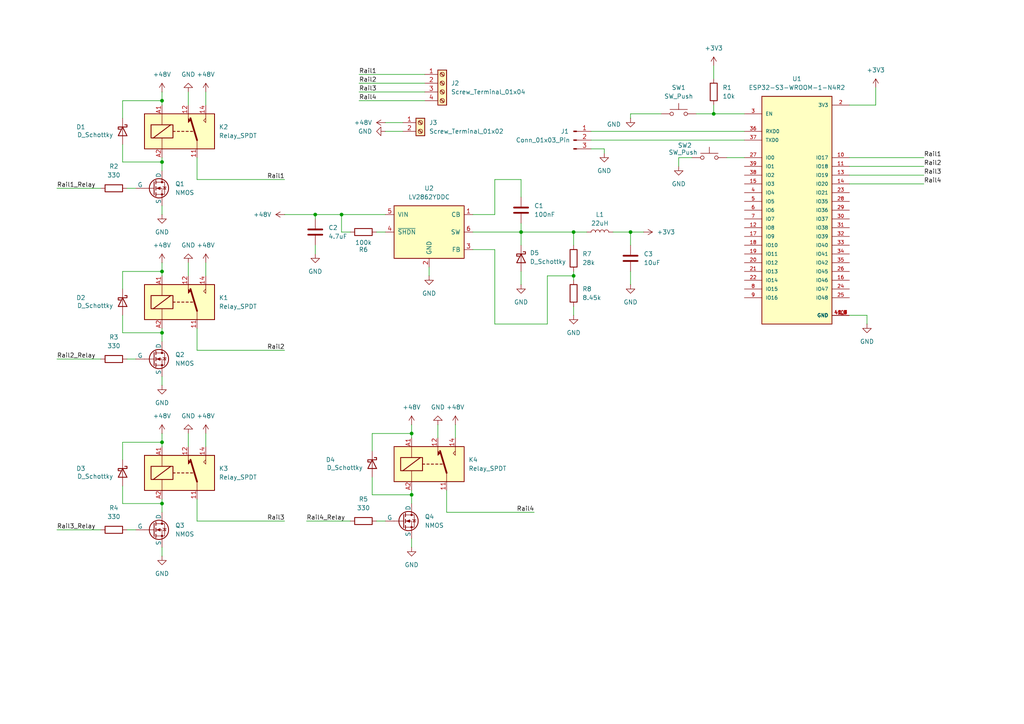
<source format=kicad_sch>
(kicad_sch (version 20250114) (generator "eeschema") (generator_version "9.0")
  (paper "A4")
  (lib_symbols
    (symbol "Connector:Conn_01x03_Pin" (pin_names (offset 1.016) (hide yes))
      (property "Reference" "J" (at 0 5.08 0))
      (property "Value" "Conn_01x03_Pin" (at 0 -5.08 0))
      (symbol "Conn_01x03_Pin_1_1"
        (rectangle (start 0.8636 2.667) (end 0 2.413) (stroke (width 0.1524)) (fill (type outline)))
        (rectangle (start 0.8636 0.127) (end 0 -0.127) (stroke (width 0.1524)) (fill (type outline)))
        (rectangle (start 0.8636 -2.413) (end 0 -2.667) (stroke (width 0.1524)) (fill (type outline)))
        (polyline (pts (xy 1.27 2.54) (xy 0.8636 2.54)) (stroke (width 0.1524)))
        (polyline (pts (xy 1.27 0) (xy 0.8636 0)) (stroke (width 0.1524)))
        (polyline (pts (xy 1.27 -2.54) (xy 0.8636 -2.54)) (stroke (width 0.1524)))
        (pin passive line (at 5.08 2.54 180) (length 3.81) (name "Pin_1") (number "1"))
        (pin passive line (at 5.08 0 180) (length 3.81) (name "Pin_2") (number "2"))
        (pin passive line (at 5.08 -2.54 180) (length 3.81) (name "Pin_3") (number "3"))
      )
    )
    (symbol "Connector:Screw_Terminal_01x02" (pin_names (offset 1.016) (hide yes))
      (property "Reference" "J" (at 0 2.54 0))
      (property "Value" "Screw_Terminal_01x02" (at 0 -5.08 0))
      (symbol "Screw_Terminal_01x02_1_1"
        (rectangle (start -1.27 1.27) (end 1.27 -3.81) (stroke (width 0.254)) (fill (type background)))
        (polyline (pts (xy -0.5334 0.3302) (xy 0.3302 -0.508)) (stroke (width 0.1524)))
        (polyline (pts (xy -0.5334 -2.2098) (xy 0.3302 -3.048)) (stroke (width 0.1524)))
        (polyline (pts (xy -0.3556 0.508) (xy 0.508 -0.3302)) (stroke (width 0.1524)))
        (polyline (pts (xy -0.3556 -2.032) (xy 0.508 -2.8702)) (stroke (width 0.1524)))
        (circle (center 0 0) (radius 0.635) (stroke (width 0.1524)))
        (circle (center 0 -2.54) (radius 0.635) (stroke (width 0.1524)))
        (pin passive line (at -5.08 0 0) (length 3.81) (name "Pin_1") (number "1"))
        (pin passive line (at -5.08 -2.54 0) (length 3.81) (name "Pin_2") (number "2"))
      )
    )
    (symbol "Connector:Screw_Terminal_01x04" (pin_names (offset 1.016) (hide yes))
      (property "Reference" "J" (at 0 5.08 0))
      (property "Value" "Screw_Terminal_01x04" (at 0 -7.62 0))
      (symbol "Screw_Terminal_01x04_1_1"
        (rectangle (start -1.27 3.81) (end 1.27 -6.35) (stroke (width 0.254)) (fill (type background)))
        (polyline (pts (xy -0.5334 2.8702) (xy 0.3302 2.032)) (stroke (width 0.1524)))
        (polyline (pts (xy -0.5334 0.3302) (xy 0.3302 -0.508)) (stroke (width 0.1524)))
        (polyline (pts (xy -0.5334 -2.2098) (xy 0.3302 -3.048)) (stroke (width 0.1524)))
        (polyline (pts (xy -0.5334 -4.7498) (xy 0.3302 -5.588)) (stroke (width 0.1524)))
        (polyline (pts (xy -0.3556 3.048) (xy 0.508 2.2098)) (stroke (width 0.1524)))
        (polyline (pts (xy -0.3556 0.508) (xy 0.508 -0.3302)) (stroke (width 0.1524)))
        (polyline (pts (xy -0.3556 -2.032) (xy 0.508 -2.8702)) (stroke (width 0.1524)))
        (polyline (pts (xy -0.3556 -4.572) (xy 0.508 -5.4102)) (stroke (width 0.1524)))
        (circle (center 0 2.54) (radius 0.635) (stroke (width 0.1524)))
        (circle (center 0 0) (radius 0.635) (stroke (width 0.1524)))
        (circle (center 0 -2.54) (radius 0.635) (stroke (width 0.1524)))
        (circle (center 0 -5.08) (radius 0.635) (stroke (width 0.1524)))
        (pin passive line (at -5.08 2.54 0) (length 3.81) (name "Pin_1") (number "1"))
        (pin passive line (at -5.08 0 0) (length 3.81) (name "Pin_2") (number "2"))
        (pin passive line (at -5.08 -2.54 0) (length 3.81) (name "Pin_3") (number "3"))
        (pin passive line (at -5.08 -5.08 0) (length 3.81) (name "Pin_4") (number "4"))
      )
    )
    (symbol "Device:C" (pin_numbers (hide yes)) (pin_names (offset 0.254))
      (property "Reference" "C" (at 0.635 2.54 0))
      (property "Value" "C" (at 0.635 -2.54 0))
      (symbol "C_0_1"
        (polyline (pts (xy -2.032 0.762) (xy 2.032 0.762)) (stroke (width 0.508)))
        (polyline (pts (xy -2.032 -0.762) (xy 2.032 -0.762)) (stroke (width 0.508)))
      )
      (symbol "C_1_1"
        (pin passive line (at 0 3.81 270) (length 2.794) (name "~") (number "1"))
        (pin passive line (at 0 -3.81 90) (length 2.794) (name "~") (number "2"))
      )
    )
    (symbol "Device:D_Schottky" (pin_numbers (hide yes)) (pin_names (offset 1.016) (hide yes))
      (property "Reference" "D" (at 0 2.54 0))
      (property "Value" "D_Schottky" (at 0 -2.54 0))
      (symbol "D_Schottky_0_1"
        (polyline (pts (xy -1.905 0.635) (xy -1.905 1.27) (xy -1.27 1.27) (xy -1.27 -1.27) (xy -0.635 -1.27) (xy -0.635 -0.635)) (stroke (width 0.254)))
        (polyline (pts (xy 1.27 1.27) (xy 1.27 -1.27) (xy -1.27 0) (xy 1.27 1.27)) (stroke (width 0.254)))
        (polyline (pts (xy 1.27 0) (xy -1.27 0)))
      )
      (symbol "D_Schottky_1_1"
        (pin passive line (at -3.81 0 0) (length 2.54) (name "K") (number "1"))
        (pin passive line (at 3.81 0 180) (length 2.54) (name "A") (number "2"))
      )
    )
    (symbol "Device:L" (pin_numbers (hide yes)) (pin_names (offset 1.016) (hide yes))
      (property "Reference" "L" (at -1.27 0 90))
      (property "Value" "L" (at 1.905 0 90))
      (symbol "L_0_1"
        (arc (start 0 2.54) (mid 0.6323 1.905) (end 0 1.27))
        (arc (start 0 1.27) (mid 0.6323 0.635) (end 0 0))
        (arc (start 0 0) (mid 0.6323 -0.635) (end 0 -1.27))
        (arc (start 0 -1.27) (mid 0.6323 -1.905) (end 0 -2.54))
      )
      (symbol "L_1_1"
        (pin passive line (at 0 3.81 270) (length 1.27) (name "1") (number "1"))
        (pin passive line (at 0 -3.81 90) (length 1.27) (name "2") (number "2"))
      )
    )
    (symbol "Device:R" (pin_numbers (hide yes)) (pin_names (offset 0))
      (property "Reference" "R" (at 2.032 0 90))
      (property "Value" "R" (at 0 0 90))
      (symbol "R_0_1"
        (rectangle (start -1.016 -2.54) (end 1.016 2.54) (stroke (width 0.254)))
      )
      (symbol "R_1_1"
        (pin passive line (at 0 3.81 270) (length 1.27) (name "~") (number "1"))
        (pin passive line (at 0 -3.81 90) (length 1.27) (name "~") (number "2"))
      )
    )
    (symbol "Regulator_Switching:LV2862YDDC" (pin_names (offset 1.016))
      (property "Reference" "U" (at -10.16 11.43 0))
      (property "Value" "LV2862YDDC" (at -10.16 8.89 0))
      (symbol "LV2862YDDC_0_1"
        (rectangle (start -10.16 7.62) (end 10.16 -7.62) (stroke (width 0.254)) (fill (type background)))
      )
      (symbol "LV2862YDDC_1_1"
        (pin power_in line (at -12.7 5.08 0) (length 2.54) (name "VIN") (number "5"))
        (pin input line (at -12.7 0 0) (length 2.54) (name "~{SHDN}") (number "4"))
        (pin power_in line (at 0 -10.16 90) (length 2.54) (name "GND") (number "2"))
        (pin input line (at 12.7 5.08 180) (length 2.54) (name "CB") (number "1"))
        (pin output line (at 12.7 0 180) (length 2.54) (name "SW") (number "6"))
        (pin input line (at 12.7 -5.08 180) (length 2.54) (name "FB") (number "3"))
      )
    )
    (symbol "Relay:Relay_SPDT"
      (property "Reference" "K" (at 11.43 3.81 0))
      (property "Value" "Relay_SPDT" (at 11.43 1.27 0))
      (symbol "Relay_SPDT_0_0"
        (polyline (pts (xy 7.62 5.08) (xy 7.62 2.54) (xy 6.985 3.175) (xy 7.62 3.81)))
      )
      (symbol "Relay_SPDT_0_1"
        (rectangle (start -10.16 5.08) (end 10.16 -5.08) (stroke (width 0.254)) (fill (type background)))
        (rectangle (start -8.255 1.905) (end -1.905 -1.905) (stroke (width 0.254)))
        (polyline (pts (xy -7.62 -1.905) (xy -2.54 1.905)) (stroke (width 0.254)))
        (polyline (pts (xy -5.08 5.08) (xy -5.08 1.905)))
        (polyline (pts (xy -5.08 -5.08) (xy -5.08 -1.905)))
        (polyline (pts (xy -1.905 0) (xy -1.27 0)) (stroke (width 0.254)))
        (polyline (pts (xy -0.635 0) (xy 0 0)) (stroke (width 0.254)))
        (polyline (pts (xy 0.635 0) (xy 1.27 0)) (stroke (width 0.254)))
        (polyline (pts (xy 1.905 0) (xy 2.54 0)) (stroke (width 0.254)))
        (polyline (pts (xy 2.54 5.08) (xy 2.54 2.54) (xy 3.175 3.175) (xy 2.54 3.81)) (fill (type outline)))
        (polyline (pts (xy 3.175 0) (xy 3.81 0)) (stroke (width 0.254)))
        (polyline (pts (xy 5.08 -2.54) (xy 3.175 3.81)) (stroke (width 0.508)))
        (polyline (pts (xy 5.08 -2.54) (xy 5.08 -5.08)))
      )
      (symbol "Relay_SPDT_1_1"
        (pin passive line (at -5.08 7.62 270) (length 2.54) (name "~") (number "A1"))
        (pin passive line (at -5.08 -7.62 90) (length 2.54) (name "~") (number "A2"))
        (pin passive line (at 2.54 7.62 270) (length 2.54) (name "~") (number "12"))
        (pin passive line (at 5.08 -7.62 90) (length 2.54) (name "~") (number "11"))
        (pin passive line (at 7.62 7.62 270) (length 2.54) (name "~") (number "14"))
      )
    )
    (symbol "Simulation_SPICE:NMOS" (pin_numbers (hide yes)) (pin_names (offset 0))
      (property "Reference" "Q" (at 5.08 1.27 0))
      (property "Value" "NMOS" (at 5.08 -1.27 0))
      (symbol "NMOS_0_1"
        (polyline (pts (xy 0.254 1.905) (xy 0.254 -1.905)) (stroke (width 0.254)))
        (polyline (pts (xy 0.254 0) (xy -2.54 0)))
        (polyline (pts (xy 0.762 2.286) (xy 0.762 1.27)) (stroke (width 0.254)))
        (polyline (pts (xy 0.762 0.508) (xy 0.762 -0.508)) (stroke (width 0.254)))
        (polyline (pts (xy 0.762 -1.27) (xy 0.762 -2.286)) (stroke (width 0.254)))
        (polyline (pts (xy 0.762 -1.778) (xy 3.302 -1.778) (xy 3.302 1.778) (xy 0.762 1.778)))
        (polyline (pts (xy 1.016 0) (xy 2.032 0.381) (xy 2.032 -0.381) (xy 1.016 0)) (fill (type outline)))
        (circle (center 1.651 0) (radius 2.794) (stroke (width 0.254)))
        (polyline (pts (xy 2.54 2.54) (xy 2.54 1.778)))
        (circle (center 2.54 1.778) (radius 0.254) (fill (type outline)))
        (circle (center 2.54 -1.778) (radius 0.254) (fill (type outline)))
        (polyline (pts (xy 2.54 -2.54) (xy 2.54 0) (xy 0.762 0)))
        (polyline (pts (xy 2.794 0.508) (xy 2.921 0.381) (xy 3.683 0.381) (xy 3.81 0.254)))
        (polyline (pts (xy 3.302 0.381) (xy 2.921 -0.254) (xy 3.683 -0.254) (xy 3.302 0.381)))
      )
      (symbol "NMOS_1_1"
        (pin input line (at -5.08 0 0) (length 2.54) (name "G") (number "2"))
        (pin passive line (at 2.54 5.08 270) (length 2.54) (name "D") (number "1"))
        (pin passive line (at 2.54 -5.08 90) (length 2.54) (name "S") (number "3"))
      )
    )
    (symbol "Switch:SW_Push" (pin_numbers (hide yes)) (pin_names (offset 1.016) (hide yes))
      (property "Reference" "SW" (at 1.27 2.54 0))
      (property "Value" "SW_Push" (at 0 -1.524 0))
      (symbol "SW_Push_0_1"
        (circle (center -2.032 0) (radius 0.508))
        (polyline (pts (xy 0 1.27) (xy 0 3.048)))
        (circle (center 2.032 0) (radius 0.508))
        (polyline (pts (xy 2.54 1.27) (xy -2.54 1.27)))
        (pin passive line (at -5.08 0 0) (length 2.54) (name "1") (number "1"))
        (pin passive line (at 5.08 0 180) (length 2.54) (name "2") (number "2"))
      )
    )
    (symbol "power:+3V3" (power) (pin_numbers (hide yes)) (pin_names (offset 0) (hide yes))
      (property "Value" "+3V3" (at 0 3.556 0))
      (symbol "+3V3_0_1"
        (polyline (pts (xy -0.762 1.27) (xy 0 2.54)))
        (polyline (pts (xy 0 2.54) (xy 0.762 1.27)))
        (polyline (pts (xy 0 0) (xy 0 2.54)))
      )
      (symbol "+3V3_1_1"
        (pin power_in line (at 0 0 90) (length 0) (name "~") (number "1"))
      )
    )
    (symbol "power:+48V" (power) (pin_numbers (hide yes)) (pin_names (offset 0) (hide yes))
      (property "Value" "+48V" (at 0 3.556 0))
      (symbol "+48V_0_1"
        (polyline (pts (xy -0.762 1.27) (xy 0 2.54)))
        (polyline (pts (xy 0 2.54) (xy 0.762 1.27)))
        (polyline (pts (xy 0 0) (xy 0 2.54)))
      )
      (symbol "+48V_1_1"
        (pin power_in line (at 0 0 90) (length 0) (name "~") (number "1"))
      )
    )
    (symbol "power:GND" (power) (pin_numbers (hide yes)) (pin_names (offset 0) (hide yes))
      (property "Value" "GND" (at 0 -3.81 0))
      (symbol "GND_0_1"
        (polyline (pts (xy 0 0) (xy 0 -1.27) (xy 1.27 -1.27) (xy 0 -2.54) (xy -1.27 -1.27) (xy 0 -1.27)))
      )
      (symbol "GND_1_1"
        (pin power_in line (at 0 0 270) (length 0) (name "~") (number "1"))
      )
    )
    (symbol "symbols:ESP32-S3-WROOM-1-N4R2" (pin_names (offset 1.016))
      (property "Reference" "U" (at -10.16 34.1122 0))
      (property "Value" "ESP32-S3-WROOM-1-N4R2" (at -10.16 -35.56 0))
      (symbol "ESP32-S3-WROOM-1-N4R2_0_0"
        (rectangle (start -10.16 -33.02) (end 10.16 33.02) (stroke (width 0.254)) (fill (type background)))
        (pin input line (at -15.24 27.94 0) (length 5.08) (name "EN") (number "3"))
        (pin bidirectional line (at -15.24 22.86 0) (length 5.08) (name "RXD0") (number "36"))
        (pin bidirectional line (at -15.24 20.32 0) (length 5.08) (name "TXD0") (number "37"))
        (pin bidirectional line (at -15.24 15.24 0) (length 5.08) (name "IO0") (number "27"))
        (pin bidirectional line (at -15.24 12.7 0) (length 5.08) (name "IO1") (number "39"))
        (pin bidirectional line (at -15.24 10.16 0) (length 5.08) (name "IO2") (number "38"))
        (pin bidirectional line (at -15.24 7.62 0) (length 5.08) (name "IO3") (number "15"))
        (pin bidirectional line (at -15.24 5.08 0) (length 5.08) (name "IO4") (number "4"))
        (pin bidirectional line (at -15.24 2.54 0) (length 5.08) (name "IO5") (number "5"))
        (pin bidirectional line (at -15.24 0 0) (length 5.08) (name "IO6") (number "6"))
        (pin bidirectional line (at -15.24 -2.54 0) (length 5.08) (name "IO7") (number "7"))
        (pin bidirectional line (at -15.24 -5.08 0) (length 5.08) (name "IO8") (number "12"))
        (pin bidirectional line (at -15.24 -7.62 0) (length 5.08) (name "IO9") (number "17"))
        (pin bidirectional line (at -15.24 -10.16 0) (length 5.08) (name "IO10") (number "18"))
        (pin bidirectional line (at -15.24 -12.7 0) (length 5.08) (name "IO11") (number "19"))
        (pin bidirectional line (at -15.24 -15.24 0) (length 5.08) (name "IO12") (number "20"))
        (pin bidirectional line (at -15.24 -17.78 0) (length 5.08) (name "IO13") (number "21"))
        (pin bidirectional line (at -15.24 -20.32 0) (length 5.08) (name "IO14") (number "22"))
        (pin bidirectional line (at -15.24 -22.86 0) (length 5.08) (name "IO15") (number "8"))
        (pin bidirectional line (at -15.24 -25.4 0) (length 5.08) (name "IO16") (number "9"))
        (pin power_in line (at 15.24 30.48 180) (length 5.08) (name "3V3") (number "2"))
        (pin bidirectional line (at 15.24 15.24 180) (length 5.08) (name "IO17") (number "10"))
        (pin bidirectional line (at 15.24 12.7 180) (length 5.08) (name "IO18") (number "11"))
        (pin bidirectional line (at 15.24 10.16 180) (length 5.08) (name "IO19") (number "13"))
        (pin bidirectional line (at 15.24 7.62 180) (length 5.08) (name "IO20") (number "14"))
        (pin bidirectional line (at 15.24 5.08 180) (length 5.08) (name "IO21") (number "23"))
        (pin bidirectional line (at 15.24 2.54 180) (length 5.08) (name "IO35") (number "28"))
        (pin bidirectional line (at 15.24 0 180) (length 5.08) (name "IO36") (number "29"))
        (pin bidirectional line (at 15.24 -2.54 180) (length 5.08) (name "IO37") (number "30"))
        (pin bidirectional line (at 15.24 -5.08 180) (length 5.08) (name "IO38") (number "31"))
        (pin bidirectional line (at 15.24 -7.62 180) (length 5.08) (name "IO39") (number "32"))
        (pin bidirectional line (at 15.24 -10.16 180) (length 5.08) (name "IO40") (number "33"))
        (pin bidirectional line (at 15.24 -12.7 180) (length 5.08) (name "IO41") (number "34"))
        (pin bidirectional line (at 15.24 -15.24 180) (length 5.08) (name "IO42") (number "35"))
        (pin bidirectional line (at 15.24 -17.78 180) (length 5.08) (name "IO45") (number "26"))
        (pin bidirectional line (at 15.24 -20.32 180) (length 5.08) (name "IO46") (number "16"))
        (pin bidirectional line (at 15.24 -22.86 180) (length 5.08) (name "IO47") (number "24"))
        (pin bidirectional line (at 15.24 -25.4 180) (length 5.08) (name "IO48") (number "25"))
        (pin power_in line (at 15.24 -30.48 180) (length 5.08) (name "GND") (number "1"))
        (pin power_in line (at 15.24 -30.48 180) (length 5.08) (name "GND") (number "40"))
        (pin power_in line (at 15.24 -30.48 180) (length 5.08) (name "GND") (number "41_1"))
        (pin power_in line (at 15.24 -30.48 180) (length 5.08) (name "GND") (number "41_2"))
        (pin power_in line (at 15.24 -30.48 180) (length 5.08) (name "GND") (number "41_3"))
        (pin power_in line (at 15.24 -30.48 180) (length 5.08) (name "GND") (number "41_4"))
        (pin power_in line (at 15.24 -30.48 180) (length 5.08) (name "GND") (number "41_5"))
        (pin power_in line (at 15.24 -30.48 180) (length 5.08) (name "GND") (number "41_6"))
        (pin power_in line (at 15.24 -30.48 180) (length 5.08) (name "GND") (number "41_7"))
        (pin power_in line (at 15.24 -30.48 180) (length 5.08) (name "GND") (number "41_8"))
        (pin power_in line (at 15.24 -30.48 180) (length 5.08) (name "GND") (number "41_9"))
      )
    )
  )
  (junction (at 151.13 67.31))
  (junction (at 46.99 29.21))
  (junction (at 119.38 125.73))
  (junction (at 46.99 46.99))
  (junction (at 182.88 67.31))
  (junction (at 99.06 62.23))
  (junction (at 91.44 62.23))
  (junction (at 46.99 146.05))
  (junction (at 46.99 78.74))
  (junction (at 166.37 80.01))
  (junction (at 46.99 96.52))
  (junction (at 166.37 67.31))
  (junction (at 119.38 143.51))
  (junction (at 46.99 128.27))
  (junction (at 207.01 33.02))
  (wire (pts (xy 35.56 146.05) (xy 46.99 146.05)))
  (wire (pts (xy 46.99 45.72) (xy 46.99 46.99)))
  (wire (pts (xy 35.56 34.29) (xy 35.56 29.21)))
  (wire (pts (xy 59.69 125.73) (xy 59.69 129.54)))
  (wire (pts (xy 104.14 24.13) (xy 123.19 24.13)))
  (wire (pts (xy 207.01 33.02) (xy 207.01 30.48)))
  (wire (pts (xy 166.37 80.01) (xy 166.37 81.28)))
  (wire (pts (xy 82.55 62.23) (xy 91.44 62.23)))
  (wire (pts (xy 109.22 67.31) (xy 111.76 67.31)))
  (wire (pts (xy 111.76 35.56) (xy 116.84 35.56)))
  (wire (pts (xy 215.9 33.02) (xy 207.01 33.02)))
  (wire (pts (xy 119.38 156.21) (xy 119.38 158.75)))
  (wire (pts (xy 57.15 52.07) (xy 57.15 45.72)))
  (wire (pts (xy 16.51 104.14) (xy 29.21 104.14)))
  (wire (pts (xy 246.38 48.26) (xy 267.97 48.26)))
  (wire (pts (xy 137.16 67.31) (xy 151.13 67.31)))
  (wire (pts (xy 132.08 123.19) (xy 132.08 127)))
  (wire (pts (xy 158.75 93.98) (xy 143.51 93.98)))
  (wire (pts (xy 36.83 104.14) (xy 39.37 104.14)))
  (wire (pts (xy 88.9 151.13) (xy 101.6 151.13)))
  (wire (pts (xy 99.06 67.31) (xy 99.06 62.23)))
  (wire (pts (xy 82.55 101.6) (xy 57.15 101.6)))
  (wire (pts (xy 119.38 125.73) (xy 119.38 127)))
  (wire (pts (xy 35.56 41.91) (xy 35.56 46.99)))
  (wire (pts (xy 107.95 138.43) (xy 107.95 143.51)))
  (wire (pts (xy 182.88 78.74) (xy 182.88 82.55)))
  (wire (pts (xy 35.56 83.82) (xy 35.56 78.74)))
  (wire (pts (xy 46.99 46.99) (xy 46.99 49.53)))
  (wire (pts (xy 36.83 153.67) (xy 39.37 153.67)))
  (wire (pts (xy 129.54 148.59) (xy 129.54 142.24)))
  (wire (pts (xy 137.16 62.23) (xy 143.51 62.23)))
  (wire (pts (xy 46.99 95.25) (xy 46.99 96.52)))
  (wire (pts (xy 175.26 44.45) (xy 175.26 43.18)))
  (wire (pts (xy 171.45 40.64) (xy 215.9 40.64)))
  (wire (pts (xy 104.14 29.21) (xy 123.19 29.21)))
  (wire (pts (xy 119.38 143.51) (xy 119.38 146.05)))
  (wire (pts (xy 59.69 26.67) (xy 59.69 30.48)))
  (wire (pts (xy 36.83 54.61) (xy 39.37 54.61)))
  (wire (pts (xy 82.55 151.13) (xy 57.15 151.13)))
  (wire (pts (xy 35.56 140.97) (xy 35.56 146.05)))
  (wire (pts (xy 54.61 125.73) (xy 54.61 129.54)))
  (wire (pts (xy 46.99 59.69) (xy 46.99 62.23)))
  (wire (pts (xy 57.15 151.13) (xy 57.15 144.78)))
  (wire (pts (xy 46.99 125.73) (xy 46.99 128.27)))
  (wire (pts (xy 91.44 62.23) (xy 91.44 63.5)))
  (wire (pts (xy 46.99 144.78) (xy 46.99 146.05)))
  (wire (pts (xy 171.45 43.18) (xy 175.26 43.18)))
  (wire (pts (xy 166.37 67.31) (xy 170.18 67.31)))
  (wire (pts (xy 35.56 128.27) (xy 46.99 128.27)))
  (wire (pts (xy 91.44 71.12) (xy 91.44 73.66)))
  (wire (pts (xy 151.13 64.77) (xy 151.13 67.31)))
  (wire (pts (xy 124.46 77.47) (xy 124.46 80.01)))
  (wire (pts (xy 104.14 26.67) (xy 123.19 26.67)))
  (wire (pts (xy 46.99 29.21) (xy 46.99 30.48)))
  (wire (pts (xy 151.13 67.31) (xy 151.13 71.12)))
  (wire (pts (xy 46.99 158.75) (xy 46.99 161.29)))
  (wire (pts (xy 82.55 52.07) (xy 57.15 52.07)))
  (wire (pts (xy 251.46 91.44) (xy 251.46 93.98)))
  (wire (pts (xy 57.15 101.6) (xy 57.15 95.25)))
  (wire (pts (xy 182.88 33.02) (xy 191.77 33.02)))
  (wire (pts (xy 151.13 67.31) (xy 166.37 67.31)))
  (wire (pts (xy 182.88 67.31) (xy 186.69 67.31)))
  (wire (pts (xy 154.94 148.59) (xy 129.54 148.59)))
  (wire (pts (xy 46.99 96.52) (xy 46.99 99.06)))
  (wire (pts (xy 16.51 54.61) (xy 29.21 54.61)))
  (wire (pts (xy 166.37 67.31) (xy 166.37 71.12)))
  (wire (pts (xy 59.69 76.2) (xy 59.69 80.01)))
  (wire (pts (xy 54.61 26.67) (xy 54.61 30.48)))
  (wire (pts (xy 16.51 153.67) (xy 29.21 153.67)))
  (wire (pts (xy 104.14 21.59) (xy 123.19 21.59)))
  (wire (pts (xy 46.99 109.22) (xy 46.99 111.76)))
  (wire (pts (xy 35.56 78.74) (xy 46.99 78.74)))
  (wire (pts (xy 107.95 143.51) (xy 119.38 143.51)))
  (wire (pts (xy 107.95 130.81) (xy 107.95 125.73)))
  (wire (pts (xy 107.95 125.73) (xy 119.38 125.73)))
  (wire (pts (xy 143.51 72.39) (xy 137.16 72.39)))
  (wire (pts (xy 171.45 38.1) (xy 215.9 38.1)))
  (wire (pts (xy 254 30.48) (xy 254 25.4)))
  (wire (pts (xy 91.44 62.23) (xy 99.06 62.23)))
  (wire (pts (xy 46.99 76.2) (xy 46.99 78.74)))
  (wire (pts (xy 196.85 45.72) (xy 196.85 48.26)))
  (wire (pts (xy 143.51 93.98) (xy 143.51 72.39)))
  (wire (pts (xy 101.6 67.31) (xy 99.06 67.31)))
  (wire (pts (xy 35.56 96.52) (xy 46.99 96.52)))
  (wire (pts (xy 201.93 33.02) (xy 207.01 33.02)))
  (wire (pts (xy 111.76 38.1) (xy 116.84 38.1)))
  (wire (pts (xy 246.38 30.48) (xy 254 30.48)))
  (wire (pts (xy 127 123.19) (xy 127 127)))
  (wire (pts (xy 35.56 91.44) (xy 35.56 96.52)))
  (wire (pts (xy 143.51 52.07) (xy 151.13 52.07)))
  (wire (pts (xy 119.38 142.24) (xy 119.38 143.51)))
  (wire (pts (xy 207.01 19.05) (xy 207.01 22.86)))
  (wire (pts (xy 182.88 67.31) (xy 182.88 71.12)))
  (wire (pts (xy 109.22 151.13) (xy 111.76 151.13)))
  (wire (pts (xy 46.99 78.74) (xy 46.99 80.01)))
  (wire (pts (xy 246.38 50.8) (xy 267.97 50.8)))
  (wire (pts (xy 166.37 88.9) (xy 166.37 91.44)))
  (wire (pts (xy 35.56 29.21) (xy 46.99 29.21)))
  (wire (pts (xy 200.66 45.72) (xy 196.85 45.72)))
  (wire (pts (xy 46.99 26.67) (xy 46.99 29.21)))
  (wire (pts (xy 151.13 52.07) (xy 151.13 57.15)))
  (wire (pts (xy 246.38 53.34) (xy 267.97 53.34)))
  (wire (pts (xy 35.56 46.99) (xy 46.99 46.99)))
  (wire (pts (xy 246.38 45.72) (xy 267.97 45.72)))
  (wire (pts (xy 54.61 76.2) (xy 54.61 80.01)))
  (wire (pts (xy 46.99 146.05) (xy 46.99 148.59)))
  (wire (pts (xy 151.13 78.74) (xy 151.13 82.55)))
  (wire (pts (xy 46.99 128.27) (xy 46.99 129.54)))
  (wire (pts (xy 177.8 67.31) (xy 182.88 67.31)))
  (wire (pts (xy 99.06 62.23) (xy 111.76 62.23)))
  (wire (pts (xy 143.51 62.23) (xy 143.51 52.07)))
  (wire (pts (xy 158.75 80.01) (xy 158.75 93.98)))
  (wire (pts (xy 166.37 80.01) (xy 158.75 80.01)))
  (wire (pts (xy 210.82 45.72) (xy 215.9 45.72)))
  (wire (pts (xy 182.88 33.02) (xy 182.88 34.29)))
  (wire (pts (xy 35.56 133.35) (xy 35.56 128.27)))
  (wire (pts (xy 166.37 78.74) (xy 166.37 80.01)))
  (wire (pts (xy 119.38 123.19) (xy 119.38 125.73)))
  (wire (pts (xy 246.38 91.44) (xy 251.46 91.44)))
  (label "Rail2_Relay" (at 16.51 104.14 0))
  (label "Rail3_Relay" (at 16.51 153.67 0))
  (label "Rail3" (at 267.97 50.8 0))
  (label "Rail3" (at 104.14 26.67 0))
  (label "Rail2" (at 77.47 101.6 0))
  (label "Rail1" (at 77.47 52.07 0))
  (label "Rail1" (at 267.97 45.72 0))
  (label "Rail2" (at 104.14 24.13 0))
  (label "Rail1" (at 104.14 21.59 0))
  (label "Rail4_Relay" (at 88.9 151.13 0))
  (label "Rail4" (at 149.86 148.59 0))
  (label "Rail3" (at 77.47 151.13 0))
  (label "Rail4" (at 267.97 53.34 0))
  (label "Rail1_Relay" (at 16.51 54.61 0))
  (label "Rail2" (at 267.97 48.26 0))
  (label "Rail4" (at 104.14 29.21 0))
  (symbol (lib_id "power:GND") (at 175.26 44.45 0) (unit 1)
    (property "Reference" "#PWR04" (effects (hide yes)))
    (property "Value" "GND" (at 175.26 49.53 0))
    (property "Description" "Power symbol creates a global label with name \"GND\" , ground" (effects (hide yes)))
  )
  (symbol (lib_id "power:GND") (at 54.61 26.67 180) (unit 1)
    (property "Reference" "#PWR08" (effects (hide yes)))
    (property "Value" "GND" (at 54.61 21.59 0))
    (property "Description" "Power symbol creates a global label with name \"GND\" , ground" (effects (hide yes)))
  )
  (symbol (lib_id "Device:R") (at 105.41 151.13 90) (unit 1)
    (property "Reference" "R5" (at 105.41 144.78 90))
    (property "Value" "330" (at 105.41 147.32 90))
    (property "Footprint" "Resistor_SMD:R_0805_2012Metric_Pad1.20x1.40mm_HandSolder" (effects (hide yes)))
    (property "Description" "Resistor" (effects (hide yes)))
  )
  (symbol (lib_id "Relay:Relay_SPDT") (at 52.07 87.63 0) (unit 1)
    (property "Reference" "K1" (at 63.5 86.3599 0) (effects (justify left)))
    (property "Value" "Relay_SPDT" (at 63.5 88.8999 0) (effects (justify left)))
    (property "Description" "Relay SPDT, monostable, EN50005" (effects (hide yes)))
  )
  (symbol (lib_id "Device:R") (at 166.37 74.93 0) (unit 1)
    (property "Reference" "R7" (at 168.91 73.6599 0) (effects (justify left)))
    (property "Value" "28k" (at 168.91 76.1999 0) (effects (justify left)))
    (property "Footprint" "Resistor_SMD:R_0805_2012Metric_Pad1.20x1.40mm_HandSolder" (effects (hide yes)))
    (property "Description" "Resistor" (effects (hide yes)))
  )
  (symbol (lib_id "Device:C") (at 151.13 60.96 0) (unit 1)
    (property "Reference" "C1" (at 154.94 59.6899 0) (effects (justify left)))
    (property "Value" "100nF" (at 154.94 62.2299 0) (effects (justify left)))
    (property "Footprint" "Capacitor_SMD:C_0805_2012Metric_Pad1.18x1.45mm_HandSolder" (effects (hide yes)))
    (property "Description" "Unpolarized capacitor" (effects (hide yes)))
  )
  (symbol (lib_id "Regulator_Switching:LV2862YDDC") (at 124.46 67.31 0) (unit 1)
    (property "Reference" "U2" (at 124.46 54.61 0))
    (property "Value" "LV2862YDDC" (at 124.46 57.15 0))
    (property "Footprint" "Package_TO_SOT_SMD:SOT-23-6" (effects (hide yes)))
    (property "Datasheet" "https://www.ti.com/lit/ds/symlink/lv2862.pdf" (effects (hide yes)))
    (property "Description" "60V, 0.6A, stepdown, DC/DC converter, 2.1MHz" (effects (hide yes)))
  )
  (symbol (lib_id "Device:R") (at 105.41 67.31 90) (unit 1)
    (property "Reference" "R6" (at 105.41 72.39 90))
    (property "Value" "100k" (at 105.41 70.358 90))
    (property "Footprint" "Resistor_SMD:R_0805_2012Metric_Pad1.20x1.40mm_HandSolder" (effects (hide yes)))
    (property "Description" "Resistor" (effects (hide yes)))
  )
  (symbol (lib_id "Simulation_SPICE:NMOS") (at 44.45 104.14 0) (unit 1)
    (property "Reference" "Q2" (at 50.8 102.8699 0) (effects (justify left)))
    (property "Value" "NMOS" (at 50.8 105.4099 0) (effects (justify left)))
    (property "Datasheet" "https://ngspice.sourceforge.io/docs/ngspice-html-manual/manual.xhtml#cha_MOSFETs" (effects (hide yes)))
    (property "Description" "N-MOSFET transistor, drain/source/gate" (effects (hide yes)))
    (property "Sim.Device" "NMOS" (effects (hide yes)))
    (property "Sim.Type" "VDMOS" (effects (hide yes)))
    (property "Sim.Pins" "1=D 2=G 3=S" (effects (hide yes)))
  )
  (symbol (lib_id "Device:D_Schottky") (at 151.13 74.93 270) (unit 1)
    (property "Reference" "D5" (at 153.67 73.3424 90) (effects (justify left)))
    (property "Value" "D_Schottky" (at 153.67 75.8824 90) (effects (justify left)))
    (property "Description" "Schottky diode" (effects (hide yes)))
  )
  (symbol (lib_id "power:GND") (at 91.44 73.66 0) (unit 1)
    (property "Reference" "#PWR028" (effects (hide yes)))
    (property "Value" "GND" (at 91.44 78.74 0))
    (property "Description" "Power symbol creates a global label with name \"GND\" , ground" (effects (hide yes)))
  )
  (symbol (lib_id "Device:L") (at 173.99 67.31 90) (unit 1)
    (property "Reference" "L1" (at 173.99 62.23 90))
    (property "Value" "22uH" (at 173.99 64.77 90))
    (property "Description" "Inductor" (effects (hide yes)))
  )
  (symbol (lib_id "power:GND") (at 119.38 158.75 0) (unit 1)
    (property "Reference" "#PWR020" (effects (hide yes)))
    (property "Value" "GND" (at 119.38 163.83 0))
    (property "Description" "Power symbol creates a global label with name \"GND\" , ground" (effects (hide yes)))
  )
  (symbol (lib_id "Device:D_Schottky") (at 35.56 137.16 270) (unit 1)
    (property "Reference" "D3" (at 22.098 135.89 90) (effects (justify left)))
    (property "Value" "D_Schottky" (at 22.352 138.176 90) (effects (justify left)))
    (property "Description" "Schottky diode" (effects (hide yes)))
  )
  (symbol (lib_id "power:GND") (at 124.46 80.01 0) (unit 1)
    (property "Reference" "#PWR025" (effects (hide yes)))
    (property "Value" "GND" (at 124.46 85.09 0))
    (property "Description" "Power symbol creates a global label with name \"GND\" , ground" (effects (hide yes)))
  )
  (symbol (lib_id "Switch:SW_Push") (at 196.85 33.02 0) (unit 1)
    (property "Reference" "SW1" (at 196.85 25.4 0))
    (property "Value" "SW_Push" (at 196.85 27.94 0))
    (property "Description" "Push button switch, generic, two pins" (effects (hide yes)))
  )
  (symbol (lib_id "Connector:Screw_Terminal_01x04") (at 128.27 24.13 0) (unit 1)
    (property "Reference" "J2" (at 130.81 24.1299 0) (effects (justify left)))
    (property "Value" "Screw_Terminal_01x04" (at 130.81 26.6699 0) (effects (justify left)))
    (property "Description" "Generic screw terminal, single row, 01x04, script generated (kicad-library-utils/schlib/autogen/connector/)" (effects (hide yes)))
  )
  (symbol (lib_id "Device:D_Schottky") (at 35.56 38.1 270) (unit 1)
    (property "Reference" "D1" (at 22.098 36.83 90) (effects (justify left)))
    (property "Value" "D_Schottky" (at 22.352 39.116 90) (effects (justify left)))
    (property "Description" "Schottky diode" (effects (hide yes)))
  )
  (symbol (lib_id "Relay:Relay_SPDT") (at 52.07 137.16 0) (unit 1)
    (property "Reference" "K3" (at 63.5 135.8899 0) (effects (justify left)))
    (property "Value" "Relay_SPDT" (at 63.5 138.4299 0) (effects (justify left)))
    (property "Description" "Relay SPDT, monostable, EN50005" (effects (hide yes)))
  )
  (symbol (lib_id "Device:C") (at 182.88 74.93 0) (unit 1)
    (property "Reference" "C3" (at 186.69 73.6599 0) (effects (justify left)))
    (property "Value" "10uF" (at 186.69 76.1999 0) (effects (justify left)))
    (property "Footprint" "Capacitor_SMD:C_0805_2012Metric_Pad1.18x1.45mm_HandSolder" (effects (hide yes)))
    (property "Description" "Unpolarized capacitor" (effects (hide yes)))
  )
  (symbol (lib_id "Simulation_SPICE:NMOS") (at 116.84 151.13 0) (unit 1)
    (property "Reference" "Q4" (at 123.19 149.8599 0) (effects (justify left)))
    (property "Value" "NMOS" (at 123.19 152.3999 0) (effects (justify left)))
    (property "Datasheet" "https://ngspice.sourceforge.io/docs/ngspice-html-manual/manual.xhtml#cha_MOSFETs" (effects (hide yes)))
    (property "Description" "N-MOSFET transistor, drain/source/gate" (effects (hide yes)))
    (property "Sim.Device" "NMOS" (effects (hide yes)))
    (property "Sim.Type" "VDMOS" (effects (hide yes)))
    (property "Sim.Pins" "1=D 2=G 3=S" (effects (hide yes)))
  )
  (symbol (lib_id "power:GND") (at 54.61 125.73 180) (unit 1)
    (property "Reference" "#PWR017" (effects (hide yes)))
    (property "Value" "GND" (at 54.61 120.65 0))
    (property "Description" "Power symbol creates a global label with name \"GND\" , ground" (effects (hide yes)))
  )
  (symbol (lib_id "Connector:Conn_01x03_Pin") (at 166.37 40.64 0) (unit 1)
    (property "Reference" "J1" (at 163.83 38.1 0))
    (property "Value" "Conn_01x03_Pin" (at 157.48 40.64 0))
    (property "Description" "Generic connector, single row, 01x03, script generated" (effects (hide yes)))
  )
  (symbol (lib_id "power:GND") (at 46.99 111.76 0) (unit 1)
    (property "Reference" "#PWR012" (effects (hide yes)))
    (property "Value" "GND" (at 46.99 116.84 0))
    (property "Description" "Power symbol creates a global label with name \"GND\" , ground" (effects (hide yes)))
  )
  (symbol (lib_id "power:GND") (at 46.99 62.23 0) (unit 1)
    (property "Reference" "#PWR010" (effects (hide yes)))
    (property "Value" "GND" (at 46.99 67.31 0))
    (property "Description" "Power symbol creates a global label with name \"GND\" , ground" (effects (hide yes)))
  )
  (symbol (lib_id "Device:D_Schottky") (at 107.95 134.62 270) (unit 1)
    (property "Reference" "D4" (at 94.488 133.35 90) (effects (justify left)))
    (property "Value" "D_Schottky" (at 94.742 135.636 90) (effects (justify left)))
    (property "Description" "Schottky diode" (effects (hide yes)))
  )
  (symbol (lib_id "Simulation_SPICE:NMOS") (at 44.45 153.67 0) (unit 1)
    (property "Reference" "Q3" (at 50.8 152.3999 0) (effects (justify left)))
    (property "Value" "NMOS" (at 50.8 154.9399 0) (effects (justify left)))
    (property "Datasheet" "https://ngspice.sourceforge.io/docs/ngspice-html-manual/manual.xhtml#cha_MOSFETs" (effects (hide yes)))
    (property "Description" "N-MOSFET transistor, drain/source/gate" (effects (hide yes)))
    (property "Sim.Device" "NMOS" (effects (hide yes)))
    (property "Sim.Type" "VDMOS" (effects (hide yes)))
    (property "Sim.Pins" "1=D 2=G 3=S" (effects (hide yes)))
  )
  (symbol (lib_id "power:GND") (at 182.88 82.55 0) (unit 1)
    (property "Reference" "#PWR030" (effects (hide yes)))
    (property "Value" "GND" (at 182.88 87.63 0))
    (property "Description" "Power symbol creates a global label with name \"GND\" , ground" (effects (hide yes)))
  )
  (symbol (lib_id "Device:R") (at 207.01 26.67 0) (unit 1)
    (property "Reference" "R1" (at 209.55 25.3999 0) (effects (justify left)))
    (property "Value" "10k" (at 209.55 27.9399 0) (effects (justify left)))
    (property "Footprint" "Resistor_SMD:R_0805_2012Metric_Pad1.20x1.40mm_HandSolder" (effects (hide yes)))
    (property "Description" "Resistor" (effects (hide yes)))
  )
  (symbol (lib_id "power:+48V") (at 119.38 123.19 0) (unit 1)
    (property "Reference" "#PWR019" (effects (hide yes)))
    (property "Value" "+48V" (at 119.38 118.11 0))
    (property "Description" "Power symbol creates a global label with name \"+48V\"" (effects (hide yes)))
  )
  (symbol (lib_id "power:GND") (at 151.13 82.55 0) (unit 1)
    (property "Reference" "#PWR031" (effects (hide yes)))
    (property "Value" "GND" (at 151.13 87.63 0))
    (property "Description" "Power symbol creates a global label with name \"GND\" , ground" (effects (hide yes)))
  )
  (symbol (lib_id "Relay:Relay_SPDT") (at 52.07 38.1 0) (unit 1)
    (property "Reference" "K2" (at 63.5 36.8299 0) (effects (justify left)))
    (property "Value" "Relay_SPDT" (at 63.5 39.3699 0) (effects (justify left)))
    (property "Description" "Relay SPDT, monostable, EN50005" (effects (hide yes)))
  )
  (symbol (lib_id "Device:D_Schottky") (at 35.56 87.63 270) (unit 1)
    (property "Reference" "D2" (at 22.098 86.36 90) (effects (justify left)))
    (property "Value" "D_Schottky" (at 22.352 88.646 90) (effects (justify left)))
    (property "Description" "Schottky diode" (effects (hide yes)))
  )
  (symbol (lib_id "power:+48V") (at 82.55 62.23 90) (unit 1)
    (property "Reference" "#PWR026" (effects (hide yes)))
    (property "Value" "+48V" (at 78.74 62.2299 90) (effects (justify left)))
    (property "Description" "Power symbol creates a global label with name \"+48V\"" (effects (hide yes)))
  )
  (symbol (lib_id "Device:R") (at 33.02 54.61 90) (unit 1)
    (property "Reference" "R2" (at 33.02 48.26 90))
    (property "Value" "330" (at 33.02 50.8 90))
    (property "Footprint" "Resistor_SMD:R_0805_2012Metric_Pad1.20x1.40mm_HandSolder" (effects (hide yes)))
    (property "Description" "Resistor" (effects (hide yes)))
  )
  (symbol (lib_id "power:GND") (at 111.76 38.1 270) (unit 1)
    (property "Reference" "#PWR024" (effects (hide yes)))
    (property "Value" "GND" (at 107.95 38.0999 90) (effects (justify right)))
    (property "Description" "Power symbol creates a global label with name \"GND\" , ground" (effects (hide yes)))
  )
  (symbol (lib_id "power:+48V") (at 111.76 35.56 90) (unit 1)
    (property "Reference" "#PWR023" (effects (hide yes)))
    (property "Value" "+48V" (at 107.95 35.5599 90) (effects (justify left)))
    (property "Description" "Power symbol creates a global label with name \"+48V\"" (effects (hide yes)))
  )
  (symbol (lib_id "power:+48V") (at 46.99 125.73 0) (unit 1)
    (property "Reference" "#PWR015" (effects (hide yes)))
    (property "Value" "+48V" (at 46.99 120.65 0))
    (property "Description" "Power symbol creates a global label with name \"+48V\"" (effects (hide yes)))
  )
  (symbol (lib_id "power:+48V") (at 59.69 76.2 0) (unit 1)
    (property "Reference" "#PWR014" (effects (hide yes)))
    (property "Value" "+48V" (at 59.69 71.12 0))
    (property "Description" "Power symbol creates a global label with name \"+48V\"" (effects (hide yes)))
  )
  (symbol (lib_id "power:+3V3") (at 186.69 67.31 270) (unit 1)
    (property "Reference" "#PWR029" (effects (hide yes)))
    (property "Value" "+3V3" (at 190.5 67.3099 90) (effects (justify left)))
    (property "Description" "Power symbol creates a global label with name \"+3V3\"" (effects (hide yes)))
  )
  (symbol (lib_id "power:GND") (at 251.46 93.98 0) (unit 1)
    (property "Reference" "#PWR01" (effects (hide yes)))
    (property "Value" "GND" (at 251.46 99.06 0))
    (property "Description" "Power symbol creates a global label with name \"GND\" , ground" (effects (hide yes)))
  )
  (symbol (lib_id "power:+48V") (at 59.69 125.73 0) (unit 1)
    (property "Reference" "#PWR018" (effects (hide yes)))
    (property "Value" "+48V" (at 59.69 120.65 0))
    (property "Description" "Power symbol creates a global label with name \"+48V\"" (effects (hide yes)))
  )
  (symbol (lib_id "power:+48V") (at 46.99 26.67 0) (unit 1)
    (property "Reference" "#PWR07" (effects (hide yes)))
    (property "Value" "+48V" (at 46.99 21.59 0))
    (property "Description" "Power symbol creates a global label with name \"+48V\"" (effects (hide yes)))
  )
  (symbol (lib_id "Device:R") (at 33.02 104.14 90) (unit 1)
    (property "Reference" "R3" (at 33.02 97.79 90))
    (property "Value" "330" (at 33.02 100.33 90))
    (property "Footprint" "Resistor_SMD:R_0805_2012Metric_Pad1.20x1.40mm_HandSolder" (effects (hide yes)))
    (property "Description" "Resistor" (effects (hide yes)))
  )
  (symbol (lib_id "power:GND") (at 182.88 34.29 0) (unit 1)
    (property "Reference" "#PWR05" (effects (hide yes)))
    (property "Value" "GND" (at 178.054 36.068 0))
    (property "Description" "Power symbol creates a global label with name \"GND\" , ground" (effects (hide yes)))
  )
  (symbol (lib_id "Connector:Screw_Terminal_01x02") (at 121.92 35.56 0) (unit 1)
    (property "Reference" "J3" (at 124.46 35.5599 0) (effects (justify left)))
    (property "Value" "Screw_Terminal_01x02" (at 124.46 38.0999 0) (effects (justify left)))
    (property "Description" "Generic screw terminal, single row, 01x02, script generated (kicad-library-utils/schlib/autogen/connector/)" (effects (hide yes)))
  )
  (symbol (lib_id "symbols:ESP32-S3-WROOM-1-N4R2") (at 231.14 60.96 0) (unit 1)
    (property "Reference" "U1" (at 231.14 22.86 0))
    (property "Value" "ESP32-S3-WROOM-1-N4R2" (at 231.14 25.4 0))
    (property "Footprint" "footprints:XCVR_ESP32-S3-WROOM-1-N4R2" (effects (hide yes)))
    (property "MF" "Espressif Systems" (effects (hide yes)))
    (property "MAXIMUM_PACKAGE_HEIGHT" "3.25mm" (effects (hide yes)))
    (property "Package" "NON STANDARD Espressif Systems" (effects (hide yes)))
    (property "Price" "None" (effects (hide yes)))
    (property "Check_prices" "https://www.snapeda.com/parts/ESP32-S3-WROOM-1-N4R2/Espressif+Systems/view-part/?ref=eda" (effects (hide yes)))
    (property "STANDARD" "Manufacturer Recommendations" (effects (hide yes)))
    (property "PARTREV" "v1.0" (effects (hide yes)))
    (property "SnapEDA_Link" "https://www.snapeda.com/parts/ESP32-S3-WROOM-1-N4R2/Espressif+Systems/view-part/?ref=snap" (effects (hide yes)))
    (property "MP" "ESP32-S3-WROOM-1-N4R2" (effects (hide yes)))
    (property "Description_1" "Bluetooth, WiFi 802.11b/g/n, Bluetooth v5.0 Transceiver Module 2.4GHz PCB Trace Surface Mount" (effects (hide yes)))
    (property "Availability" "In Stock" (effects (hide yes)))
    (property "MANUFACTURER" "Espressif" (effects (hide yes)))
  )
  (symbol (lib_id "power:+48V") (at 46.99 76.2 0) (unit 1)
    (property "Reference" "#PWR011" (effects (hide yes)))
    (property "Value" "+48V" (at 46.99 71.12 0))
    (property "Description" "Power symbol creates a global label with name \"+48V\"" (effects (hide yes)))
  )
  (symbol (lib_id "Switch:SW_Push") (at 205.74 45.72 0) (unit 1)
    (property "Reference" "SW2" (at 198.628 42.164 0))
    (property "Value" "SW_Push" (at 198.12 44.196 0))
    (property "Description" "Push button switch, generic, two pins" (effects (hide yes)))
  )
  (symbol (lib_id "Device:C") (at 91.44 67.31 0) (unit 1)
    (property "Reference" "C2" (at 95.25 66.0399 0) (effects (justify left)))
    (property "Value" "4.7uF" (at 95.25 68.5799 0) (effects (justify left)))
    (property "Footprint" "Capacitor_SMD:C_0805_2012Metric_Pad1.18x1.45mm_HandSolder" (effects (hide yes)))
    (property "Description" "Unpolarized capacitor" (effects (hide yes)))
  )
  (symbol (lib_id "power:GND") (at 196.85 48.26 0) (unit 1)
    (property "Reference" "#PWR06" (effects (hide yes)))
    (property "Value" "GND" (at 196.85 53.34 0))
    (property "Description" "Power symbol creates a global label with name \"GND\" , ground" (effects (hide yes)))
  )
  (symbol (lib_id "power:GND") (at 54.61 76.2 180) (unit 1)
    (property "Reference" "#PWR013" (effects (hide yes)))
    (property "Value" "GND" (at 54.61 71.12 0))
    (property "Description" "Power symbol creates a global label with name \"GND\" , ground" (effects (hide yes)))
  )
  (symbol (lib_id "Relay:Relay_SPDT") (at 124.46 134.62 0) (unit 1)
    (property "Reference" "K4" (at 135.89 133.3499 0) (effects (justify left)))
    (property "Value" "Relay_SPDT" (at 135.89 135.8899 0) (effects (justify left)))
    (property "Description" "Relay SPDT, monostable, EN50005" (effects (hide yes)))
  )
  (symbol (lib_id "power:+3V3") (at 254 25.4 0) (unit 1)
    (property "Reference" "#PWR02" (effects (hide yes)))
    (property "Value" "+3V3" (at 254 20.32 0))
    (property "Description" "Power symbol creates a global label with name \"+3V3\"" (effects (hide yes)))
  )
  (symbol (lib_id "Simulation_SPICE:NMOS") (at 44.45 54.61 0) (unit 1)
    (property "Reference" "Q1" (at 50.8 53.3399 0) (effects (justify left)))
    (property "Value" "NMOS" (at 50.8 55.8799 0) (effects (justify left)))
    (property "Datasheet" "https://ngspice.sourceforge.io/docs/ngspice-html-manual/manual.xhtml#cha_MOSFETs" (effects (hide yes)))
    (property "Description" "N-MOSFET transistor, drain/source/gate" (effects (hide yes)))
    (property "Sim.Device" "NMOS" (effects (hide yes)))
    (property "Sim.Type" "VDMOS" (effects (hide yes)))
    (property "Sim.Pins" "1=D 2=G 3=S" (effects (hide yes)))
  )
  (symbol (lib_id "power:GND") (at 46.99 161.29 0) (unit 1)
    (property "Reference" "#PWR016" (effects (hide yes)))
    (property "Value" "GND" (at 46.99 166.37 0))
    (property "Description" "Power symbol creates a global label with name \"GND\" , ground" (effects (hide yes)))
  )
  (symbol (lib_id "power:+48V") (at 59.69 26.67 0) (unit 1)
    (property "Reference" "#PWR09" (effects (hide yes)))
    (property "Value" "+48V" (at 59.69 21.59 0))
    (property "Description" "Power symbol creates a global label with name \"+48V\"" (effects (hide yes)))
  )
  (symbol (lib_id "power:GND") (at 166.37 91.44 0) (unit 1)
    (property "Reference" "#PWR027" (effects (hide yes)))
    (property "Value" "GND" (at 166.37 96.52 0))
    (property "Description" "Power symbol creates a global label with name \"GND\" , ground" (effects (hide yes)))
  )
  (symbol (lib_id "Device:R") (at 166.37 85.09 0) (unit 1)
    (property "Reference" "R8" (at 168.91 83.8199 0) (effects (justify left)))
    (property "Value" "8.45k" (at 168.91 86.3599 0) (effects (justify left)))
    (property "Footprint" "Resistor_SMD:R_0805_2012Metric_Pad1.20x1.40mm_HandSolder" (effects (hide yes)))
    (property "Description" "Resistor" (effects (hide yes)))
  )
  (symbol (lib_id "power:+48V") (at 132.08 123.19 0) (unit 1)
    (property "Reference" "#PWR022" (effects (hide yes)))
    (property "Value" "+48V" (at 132.08 118.11 0))
    (property "Description" "Power symbol creates a global label with name \"+48V\"" (effects (hide yes)))
  )
  (symbol (lib_id "power:+3V3") (at 207.01 19.05 0) (unit 1)
    (property "Reference" "#PWR03" (effects (hide yes)))
    (property "Value" "+3V3" (at 207.01 13.97 0))
    (property "Description" "Power symbol creates a global label with name \"+3V3\"" (effects (hide yes)))
  )
  (symbol (lib_id "Device:R") (at 33.02 153.67 90) (unit 1)
    (property "Reference" "R4" (at 33.02 147.32 90))
    (property "Value" "330" (at 33.02 149.86 90))
    (property "Footprint" "Resistor_SMD:R_0805_2012Metric_Pad1.20x1.40mm_HandSolder" (effects (hide yes)))
    (property "Description" "Resistor" (effects (hide yes)))
  )
  (symbol (lib_id "power:GND") (at 127 123.19 180) (unit 1)
    (property "Reference" "#PWR021" (effects (hide yes)))
    (property "Value" "GND" (at 127 118.11 0))
    (property "Description" "Power symbol creates a global label with name \"GND\" , ground" (effects (hide yes)))
  )
)
</source>
